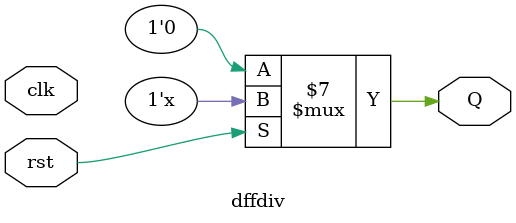
<source format=v>
module dffdiv(clk,rst,Q);
  input clk,rst;
  output reg Q;
  always@(clk or rst)
    begin
      if(!rst)
        Q<=1'b0;
      else if(clk)
        Q<=~Q;
    end
endmodule


</source>
